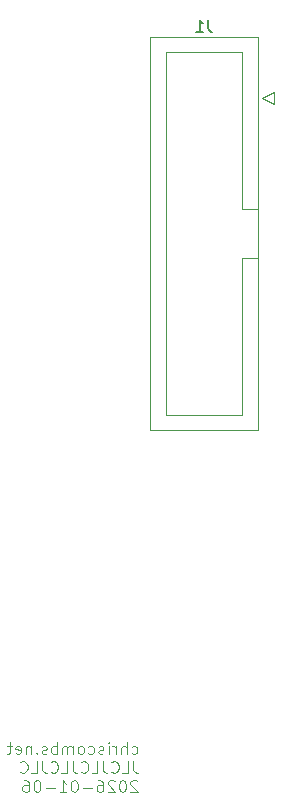
<source format=gbr>
%TF.GenerationSoftware,KiCad,Pcbnew,9.0.6-9.0.6~ubuntu22.04.1*%
%TF.CreationDate,2026-01-06T15:49:19-05:00*%
%TF.ProjectId,Hyperdrift-Grid,48797065-7264-4726-9966-742d47726964,rev?*%
%TF.SameCoordinates,Original*%
%TF.FileFunction,Legend,Bot*%
%TF.FilePolarity,Positive*%
%FSLAX46Y46*%
G04 Gerber Fmt 4.6, Leading zero omitted, Abs format (unit mm)*
G04 Created by KiCad (PCBNEW 9.0.6-9.0.6~ubuntu22.04.1) date 2026-01-06 15:49:19*
%MOMM*%
%LPD*%
G01*
G04 APERTURE LIST*
%ADD10C,0.100000*%
%ADD11C,0.150000*%
%ADD12C,0.120000*%
G04 APERTURE END LIST*
D10*
X165767544Y-133104912D02*
X165862782Y-133152531D01*
X165862782Y-133152531D02*
X166053258Y-133152531D01*
X166053258Y-133152531D02*
X166148496Y-133104912D01*
X166148496Y-133104912D02*
X166196115Y-133057292D01*
X166196115Y-133057292D02*
X166243734Y-132962054D01*
X166243734Y-132962054D02*
X166243734Y-132676340D01*
X166243734Y-132676340D02*
X166196115Y-132581102D01*
X166196115Y-132581102D02*
X166148496Y-132533483D01*
X166148496Y-132533483D02*
X166053258Y-132485864D01*
X166053258Y-132485864D02*
X165862782Y-132485864D01*
X165862782Y-132485864D02*
X165767544Y-132533483D01*
X165338972Y-133152531D02*
X165338972Y-132152531D01*
X164910401Y-133152531D02*
X164910401Y-132628721D01*
X164910401Y-132628721D02*
X164958020Y-132533483D01*
X164958020Y-132533483D02*
X165053258Y-132485864D01*
X165053258Y-132485864D02*
X165196115Y-132485864D01*
X165196115Y-132485864D02*
X165291353Y-132533483D01*
X165291353Y-132533483D02*
X165338972Y-132581102D01*
X164434210Y-133152531D02*
X164434210Y-132485864D01*
X164434210Y-132676340D02*
X164386591Y-132581102D01*
X164386591Y-132581102D02*
X164338972Y-132533483D01*
X164338972Y-132533483D02*
X164243734Y-132485864D01*
X164243734Y-132485864D02*
X164148496Y-132485864D01*
X163815162Y-133152531D02*
X163815162Y-132485864D01*
X163815162Y-132152531D02*
X163862781Y-132200150D01*
X163862781Y-132200150D02*
X163815162Y-132247769D01*
X163815162Y-132247769D02*
X163767543Y-132200150D01*
X163767543Y-132200150D02*
X163815162Y-132152531D01*
X163815162Y-132152531D02*
X163815162Y-132247769D01*
X163386591Y-133104912D02*
X163291353Y-133152531D01*
X163291353Y-133152531D02*
X163100877Y-133152531D01*
X163100877Y-133152531D02*
X163005639Y-133104912D01*
X163005639Y-133104912D02*
X162958020Y-133009673D01*
X162958020Y-133009673D02*
X162958020Y-132962054D01*
X162958020Y-132962054D02*
X163005639Y-132866816D01*
X163005639Y-132866816D02*
X163100877Y-132819197D01*
X163100877Y-132819197D02*
X163243734Y-132819197D01*
X163243734Y-132819197D02*
X163338972Y-132771578D01*
X163338972Y-132771578D02*
X163386591Y-132676340D01*
X163386591Y-132676340D02*
X163386591Y-132628721D01*
X163386591Y-132628721D02*
X163338972Y-132533483D01*
X163338972Y-132533483D02*
X163243734Y-132485864D01*
X163243734Y-132485864D02*
X163100877Y-132485864D01*
X163100877Y-132485864D02*
X163005639Y-132533483D01*
X162100877Y-133104912D02*
X162196115Y-133152531D01*
X162196115Y-133152531D02*
X162386591Y-133152531D01*
X162386591Y-133152531D02*
X162481829Y-133104912D01*
X162481829Y-133104912D02*
X162529448Y-133057292D01*
X162529448Y-133057292D02*
X162577067Y-132962054D01*
X162577067Y-132962054D02*
X162577067Y-132676340D01*
X162577067Y-132676340D02*
X162529448Y-132581102D01*
X162529448Y-132581102D02*
X162481829Y-132533483D01*
X162481829Y-132533483D02*
X162386591Y-132485864D01*
X162386591Y-132485864D02*
X162196115Y-132485864D01*
X162196115Y-132485864D02*
X162100877Y-132533483D01*
X161529448Y-133152531D02*
X161624686Y-133104912D01*
X161624686Y-133104912D02*
X161672305Y-133057292D01*
X161672305Y-133057292D02*
X161719924Y-132962054D01*
X161719924Y-132962054D02*
X161719924Y-132676340D01*
X161719924Y-132676340D02*
X161672305Y-132581102D01*
X161672305Y-132581102D02*
X161624686Y-132533483D01*
X161624686Y-132533483D02*
X161529448Y-132485864D01*
X161529448Y-132485864D02*
X161386591Y-132485864D01*
X161386591Y-132485864D02*
X161291353Y-132533483D01*
X161291353Y-132533483D02*
X161243734Y-132581102D01*
X161243734Y-132581102D02*
X161196115Y-132676340D01*
X161196115Y-132676340D02*
X161196115Y-132962054D01*
X161196115Y-132962054D02*
X161243734Y-133057292D01*
X161243734Y-133057292D02*
X161291353Y-133104912D01*
X161291353Y-133104912D02*
X161386591Y-133152531D01*
X161386591Y-133152531D02*
X161529448Y-133152531D01*
X160767543Y-133152531D02*
X160767543Y-132485864D01*
X160767543Y-132581102D02*
X160719924Y-132533483D01*
X160719924Y-132533483D02*
X160624686Y-132485864D01*
X160624686Y-132485864D02*
X160481829Y-132485864D01*
X160481829Y-132485864D02*
X160386591Y-132533483D01*
X160386591Y-132533483D02*
X160338972Y-132628721D01*
X160338972Y-132628721D02*
X160338972Y-133152531D01*
X160338972Y-132628721D02*
X160291353Y-132533483D01*
X160291353Y-132533483D02*
X160196115Y-132485864D01*
X160196115Y-132485864D02*
X160053258Y-132485864D01*
X160053258Y-132485864D02*
X159958019Y-132533483D01*
X159958019Y-132533483D02*
X159910400Y-132628721D01*
X159910400Y-132628721D02*
X159910400Y-133152531D01*
X159434210Y-133152531D02*
X159434210Y-132152531D01*
X159434210Y-132533483D02*
X159338972Y-132485864D01*
X159338972Y-132485864D02*
X159148496Y-132485864D01*
X159148496Y-132485864D02*
X159053258Y-132533483D01*
X159053258Y-132533483D02*
X159005639Y-132581102D01*
X159005639Y-132581102D02*
X158958020Y-132676340D01*
X158958020Y-132676340D02*
X158958020Y-132962054D01*
X158958020Y-132962054D02*
X159005639Y-133057292D01*
X159005639Y-133057292D02*
X159053258Y-133104912D01*
X159053258Y-133104912D02*
X159148496Y-133152531D01*
X159148496Y-133152531D02*
X159338972Y-133152531D01*
X159338972Y-133152531D02*
X159434210Y-133104912D01*
X158577067Y-133104912D02*
X158481829Y-133152531D01*
X158481829Y-133152531D02*
X158291353Y-133152531D01*
X158291353Y-133152531D02*
X158196115Y-133104912D01*
X158196115Y-133104912D02*
X158148496Y-133009673D01*
X158148496Y-133009673D02*
X158148496Y-132962054D01*
X158148496Y-132962054D02*
X158196115Y-132866816D01*
X158196115Y-132866816D02*
X158291353Y-132819197D01*
X158291353Y-132819197D02*
X158434210Y-132819197D01*
X158434210Y-132819197D02*
X158529448Y-132771578D01*
X158529448Y-132771578D02*
X158577067Y-132676340D01*
X158577067Y-132676340D02*
X158577067Y-132628721D01*
X158577067Y-132628721D02*
X158529448Y-132533483D01*
X158529448Y-132533483D02*
X158434210Y-132485864D01*
X158434210Y-132485864D02*
X158291353Y-132485864D01*
X158291353Y-132485864D02*
X158196115Y-132533483D01*
X157719924Y-133057292D02*
X157672305Y-133104912D01*
X157672305Y-133104912D02*
X157719924Y-133152531D01*
X157719924Y-133152531D02*
X157767543Y-133104912D01*
X157767543Y-133104912D02*
X157719924Y-133057292D01*
X157719924Y-133057292D02*
X157719924Y-133152531D01*
X157243734Y-132485864D02*
X157243734Y-133152531D01*
X157243734Y-132581102D02*
X157196115Y-132533483D01*
X157196115Y-132533483D02*
X157100877Y-132485864D01*
X157100877Y-132485864D02*
X156958020Y-132485864D01*
X156958020Y-132485864D02*
X156862782Y-132533483D01*
X156862782Y-132533483D02*
X156815163Y-132628721D01*
X156815163Y-132628721D02*
X156815163Y-133152531D01*
X155958020Y-133104912D02*
X156053258Y-133152531D01*
X156053258Y-133152531D02*
X156243734Y-133152531D01*
X156243734Y-133152531D02*
X156338972Y-133104912D01*
X156338972Y-133104912D02*
X156386591Y-133009673D01*
X156386591Y-133009673D02*
X156386591Y-132628721D01*
X156386591Y-132628721D02*
X156338972Y-132533483D01*
X156338972Y-132533483D02*
X156243734Y-132485864D01*
X156243734Y-132485864D02*
X156053258Y-132485864D01*
X156053258Y-132485864D02*
X155958020Y-132533483D01*
X155958020Y-132533483D02*
X155910401Y-132628721D01*
X155910401Y-132628721D02*
X155910401Y-132723959D01*
X155910401Y-132723959D02*
X156386591Y-132819197D01*
X155624686Y-132485864D02*
X155243734Y-132485864D01*
X155481829Y-132152531D02*
X155481829Y-133009673D01*
X155481829Y-133009673D02*
X155434210Y-133104912D01*
X155434210Y-133104912D02*
X155338972Y-133152531D01*
X155338972Y-133152531D02*
X155243734Y-133152531D01*
X165910401Y-133762475D02*
X165910401Y-134476760D01*
X165910401Y-134476760D02*
X165958020Y-134619617D01*
X165958020Y-134619617D02*
X166053258Y-134714856D01*
X166053258Y-134714856D02*
X166196115Y-134762475D01*
X166196115Y-134762475D02*
X166291353Y-134762475D01*
X164958020Y-134762475D02*
X165434210Y-134762475D01*
X165434210Y-134762475D02*
X165434210Y-133762475D01*
X164053258Y-134667236D02*
X164100877Y-134714856D01*
X164100877Y-134714856D02*
X164243734Y-134762475D01*
X164243734Y-134762475D02*
X164338972Y-134762475D01*
X164338972Y-134762475D02*
X164481829Y-134714856D01*
X164481829Y-134714856D02*
X164577067Y-134619617D01*
X164577067Y-134619617D02*
X164624686Y-134524379D01*
X164624686Y-134524379D02*
X164672305Y-134333903D01*
X164672305Y-134333903D02*
X164672305Y-134191046D01*
X164672305Y-134191046D02*
X164624686Y-134000570D01*
X164624686Y-134000570D02*
X164577067Y-133905332D01*
X164577067Y-133905332D02*
X164481829Y-133810094D01*
X164481829Y-133810094D02*
X164338972Y-133762475D01*
X164338972Y-133762475D02*
X164243734Y-133762475D01*
X164243734Y-133762475D02*
X164100877Y-133810094D01*
X164100877Y-133810094D02*
X164053258Y-133857713D01*
X163338972Y-133762475D02*
X163338972Y-134476760D01*
X163338972Y-134476760D02*
X163386591Y-134619617D01*
X163386591Y-134619617D02*
X163481829Y-134714856D01*
X163481829Y-134714856D02*
X163624686Y-134762475D01*
X163624686Y-134762475D02*
X163719924Y-134762475D01*
X162386591Y-134762475D02*
X162862781Y-134762475D01*
X162862781Y-134762475D02*
X162862781Y-133762475D01*
X161481829Y-134667236D02*
X161529448Y-134714856D01*
X161529448Y-134714856D02*
X161672305Y-134762475D01*
X161672305Y-134762475D02*
X161767543Y-134762475D01*
X161767543Y-134762475D02*
X161910400Y-134714856D01*
X161910400Y-134714856D02*
X162005638Y-134619617D01*
X162005638Y-134619617D02*
X162053257Y-134524379D01*
X162053257Y-134524379D02*
X162100876Y-134333903D01*
X162100876Y-134333903D02*
X162100876Y-134191046D01*
X162100876Y-134191046D02*
X162053257Y-134000570D01*
X162053257Y-134000570D02*
X162005638Y-133905332D01*
X162005638Y-133905332D02*
X161910400Y-133810094D01*
X161910400Y-133810094D02*
X161767543Y-133762475D01*
X161767543Y-133762475D02*
X161672305Y-133762475D01*
X161672305Y-133762475D02*
X161529448Y-133810094D01*
X161529448Y-133810094D02*
X161481829Y-133857713D01*
X160767543Y-133762475D02*
X160767543Y-134476760D01*
X160767543Y-134476760D02*
X160815162Y-134619617D01*
X160815162Y-134619617D02*
X160910400Y-134714856D01*
X160910400Y-134714856D02*
X161053257Y-134762475D01*
X161053257Y-134762475D02*
X161148495Y-134762475D01*
X159815162Y-134762475D02*
X160291352Y-134762475D01*
X160291352Y-134762475D02*
X160291352Y-133762475D01*
X158910400Y-134667236D02*
X158958019Y-134714856D01*
X158958019Y-134714856D02*
X159100876Y-134762475D01*
X159100876Y-134762475D02*
X159196114Y-134762475D01*
X159196114Y-134762475D02*
X159338971Y-134714856D01*
X159338971Y-134714856D02*
X159434209Y-134619617D01*
X159434209Y-134619617D02*
X159481828Y-134524379D01*
X159481828Y-134524379D02*
X159529447Y-134333903D01*
X159529447Y-134333903D02*
X159529447Y-134191046D01*
X159529447Y-134191046D02*
X159481828Y-134000570D01*
X159481828Y-134000570D02*
X159434209Y-133905332D01*
X159434209Y-133905332D02*
X159338971Y-133810094D01*
X159338971Y-133810094D02*
X159196114Y-133762475D01*
X159196114Y-133762475D02*
X159100876Y-133762475D01*
X159100876Y-133762475D02*
X158958019Y-133810094D01*
X158958019Y-133810094D02*
X158910400Y-133857713D01*
X158196114Y-133762475D02*
X158196114Y-134476760D01*
X158196114Y-134476760D02*
X158243733Y-134619617D01*
X158243733Y-134619617D02*
X158338971Y-134714856D01*
X158338971Y-134714856D02*
X158481828Y-134762475D01*
X158481828Y-134762475D02*
X158577066Y-134762475D01*
X157243733Y-134762475D02*
X157719923Y-134762475D01*
X157719923Y-134762475D02*
X157719923Y-133762475D01*
X156338971Y-134667236D02*
X156386590Y-134714856D01*
X156386590Y-134714856D02*
X156529447Y-134762475D01*
X156529447Y-134762475D02*
X156624685Y-134762475D01*
X156624685Y-134762475D02*
X156767542Y-134714856D01*
X156767542Y-134714856D02*
X156862780Y-134619617D01*
X156862780Y-134619617D02*
X156910399Y-134524379D01*
X156910399Y-134524379D02*
X156958018Y-134333903D01*
X156958018Y-134333903D02*
X156958018Y-134191046D01*
X156958018Y-134191046D02*
X156910399Y-134000570D01*
X156910399Y-134000570D02*
X156862780Y-133905332D01*
X156862780Y-133905332D02*
X156767542Y-133810094D01*
X156767542Y-133810094D02*
X156624685Y-133762475D01*
X156624685Y-133762475D02*
X156529447Y-133762475D01*
X156529447Y-133762475D02*
X156386590Y-133810094D01*
X156386590Y-133810094D02*
X156338971Y-133857713D01*
X166243734Y-135467657D02*
X166196115Y-135420038D01*
X166196115Y-135420038D02*
X166100877Y-135372419D01*
X166100877Y-135372419D02*
X165862782Y-135372419D01*
X165862782Y-135372419D02*
X165767544Y-135420038D01*
X165767544Y-135420038D02*
X165719925Y-135467657D01*
X165719925Y-135467657D02*
X165672306Y-135562895D01*
X165672306Y-135562895D02*
X165672306Y-135658133D01*
X165672306Y-135658133D02*
X165719925Y-135800990D01*
X165719925Y-135800990D02*
X166291353Y-136372419D01*
X166291353Y-136372419D02*
X165672306Y-136372419D01*
X165053258Y-135372419D02*
X164958020Y-135372419D01*
X164958020Y-135372419D02*
X164862782Y-135420038D01*
X164862782Y-135420038D02*
X164815163Y-135467657D01*
X164815163Y-135467657D02*
X164767544Y-135562895D01*
X164767544Y-135562895D02*
X164719925Y-135753371D01*
X164719925Y-135753371D02*
X164719925Y-135991466D01*
X164719925Y-135991466D02*
X164767544Y-136181942D01*
X164767544Y-136181942D02*
X164815163Y-136277180D01*
X164815163Y-136277180D02*
X164862782Y-136324800D01*
X164862782Y-136324800D02*
X164958020Y-136372419D01*
X164958020Y-136372419D02*
X165053258Y-136372419D01*
X165053258Y-136372419D02*
X165148496Y-136324800D01*
X165148496Y-136324800D02*
X165196115Y-136277180D01*
X165196115Y-136277180D02*
X165243734Y-136181942D01*
X165243734Y-136181942D02*
X165291353Y-135991466D01*
X165291353Y-135991466D02*
X165291353Y-135753371D01*
X165291353Y-135753371D02*
X165243734Y-135562895D01*
X165243734Y-135562895D02*
X165196115Y-135467657D01*
X165196115Y-135467657D02*
X165148496Y-135420038D01*
X165148496Y-135420038D02*
X165053258Y-135372419D01*
X164338972Y-135467657D02*
X164291353Y-135420038D01*
X164291353Y-135420038D02*
X164196115Y-135372419D01*
X164196115Y-135372419D02*
X163958020Y-135372419D01*
X163958020Y-135372419D02*
X163862782Y-135420038D01*
X163862782Y-135420038D02*
X163815163Y-135467657D01*
X163815163Y-135467657D02*
X163767544Y-135562895D01*
X163767544Y-135562895D02*
X163767544Y-135658133D01*
X163767544Y-135658133D02*
X163815163Y-135800990D01*
X163815163Y-135800990D02*
X164386591Y-136372419D01*
X164386591Y-136372419D02*
X163767544Y-136372419D01*
X162910401Y-135372419D02*
X163100877Y-135372419D01*
X163100877Y-135372419D02*
X163196115Y-135420038D01*
X163196115Y-135420038D02*
X163243734Y-135467657D01*
X163243734Y-135467657D02*
X163338972Y-135610514D01*
X163338972Y-135610514D02*
X163386591Y-135800990D01*
X163386591Y-135800990D02*
X163386591Y-136181942D01*
X163386591Y-136181942D02*
X163338972Y-136277180D01*
X163338972Y-136277180D02*
X163291353Y-136324800D01*
X163291353Y-136324800D02*
X163196115Y-136372419D01*
X163196115Y-136372419D02*
X163005639Y-136372419D01*
X163005639Y-136372419D02*
X162910401Y-136324800D01*
X162910401Y-136324800D02*
X162862782Y-136277180D01*
X162862782Y-136277180D02*
X162815163Y-136181942D01*
X162815163Y-136181942D02*
X162815163Y-135943847D01*
X162815163Y-135943847D02*
X162862782Y-135848609D01*
X162862782Y-135848609D02*
X162910401Y-135800990D01*
X162910401Y-135800990D02*
X163005639Y-135753371D01*
X163005639Y-135753371D02*
X163196115Y-135753371D01*
X163196115Y-135753371D02*
X163291353Y-135800990D01*
X163291353Y-135800990D02*
X163338972Y-135848609D01*
X163338972Y-135848609D02*
X163386591Y-135943847D01*
X162386591Y-135991466D02*
X161624687Y-135991466D01*
X160958020Y-135372419D02*
X160862782Y-135372419D01*
X160862782Y-135372419D02*
X160767544Y-135420038D01*
X160767544Y-135420038D02*
X160719925Y-135467657D01*
X160719925Y-135467657D02*
X160672306Y-135562895D01*
X160672306Y-135562895D02*
X160624687Y-135753371D01*
X160624687Y-135753371D02*
X160624687Y-135991466D01*
X160624687Y-135991466D02*
X160672306Y-136181942D01*
X160672306Y-136181942D02*
X160719925Y-136277180D01*
X160719925Y-136277180D02*
X160767544Y-136324800D01*
X160767544Y-136324800D02*
X160862782Y-136372419D01*
X160862782Y-136372419D02*
X160958020Y-136372419D01*
X160958020Y-136372419D02*
X161053258Y-136324800D01*
X161053258Y-136324800D02*
X161100877Y-136277180D01*
X161100877Y-136277180D02*
X161148496Y-136181942D01*
X161148496Y-136181942D02*
X161196115Y-135991466D01*
X161196115Y-135991466D02*
X161196115Y-135753371D01*
X161196115Y-135753371D02*
X161148496Y-135562895D01*
X161148496Y-135562895D02*
X161100877Y-135467657D01*
X161100877Y-135467657D02*
X161053258Y-135420038D01*
X161053258Y-135420038D02*
X160958020Y-135372419D01*
X159672306Y-136372419D02*
X160243734Y-136372419D01*
X159958020Y-136372419D02*
X159958020Y-135372419D01*
X159958020Y-135372419D02*
X160053258Y-135515276D01*
X160053258Y-135515276D02*
X160148496Y-135610514D01*
X160148496Y-135610514D02*
X160243734Y-135658133D01*
X159243734Y-135991466D02*
X158481830Y-135991466D01*
X157815163Y-135372419D02*
X157719925Y-135372419D01*
X157719925Y-135372419D02*
X157624687Y-135420038D01*
X157624687Y-135420038D02*
X157577068Y-135467657D01*
X157577068Y-135467657D02*
X157529449Y-135562895D01*
X157529449Y-135562895D02*
X157481830Y-135753371D01*
X157481830Y-135753371D02*
X157481830Y-135991466D01*
X157481830Y-135991466D02*
X157529449Y-136181942D01*
X157529449Y-136181942D02*
X157577068Y-136277180D01*
X157577068Y-136277180D02*
X157624687Y-136324800D01*
X157624687Y-136324800D02*
X157719925Y-136372419D01*
X157719925Y-136372419D02*
X157815163Y-136372419D01*
X157815163Y-136372419D02*
X157910401Y-136324800D01*
X157910401Y-136324800D02*
X157958020Y-136277180D01*
X157958020Y-136277180D02*
X158005639Y-136181942D01*
X158005639Y-136181942D02*
X158053258Y-135991466D01*
X158053258Y-135991466D02*
X158053258Y-135753371D01*
X158053258Y-135753371D02*
X158005639Y-135562895D01*
X158005639Y-135562895D02*
X157958020Y-135467657D01*
X157958020Y-135467657D02*
X157910401Y-135420038D01*
X157910401Y-135420038D02*
X157815163Y-135372419D01*
X156624687Y-135372419D02*
X156815163Y-135372419D01*
X156815163Y-135372419D02*
X156910401Y-135420038D01*
X156910401Y-135420038D02*
X156958020Y-135467657D01*
X156958020Y-135467657D02*
X157053258Y-135610514D01*
X157053258Y-135610514D02*
X157100877Y-135800990D01*
X157100877Y-135800990D02*
X157100877Y-136181942D01*
X157100877Y-136181942D02*
X157053258Y-136277180D01*
X157053258Y-136277180D02*
X157005639Y-136324800D01*
X157005639Y-136324800D02*
X156910401Y-136372419D01*
X156910401Y-136372419D02*
X156719925Y-136372419D01*
X156719925Y-136372419D02*
X156624687Y-136324800D01*
X156624687Y-136324800D02*
X156577068Y-136277180D01*
X156577068Y-136277180D02*
X156529449Y-136181942D01*
X156529449Y-136181942D02*
X156529449Y-135943847D01*
X156529449Y-135943847D02*
X156577068Y-135848609D01*
X156577068Y-135848609D02*
X156624687Y-135800990D01*
X156624687Y-135800990D02*
X156719925Y-135753371D01*
X156719925Y-135753371D02*
X156910401Y-135753371D01*
X156910401Y-135753371D02*
X157005639Y-135800990D01*
X157005639Y-135800990D02*
X157053258Y-135848609D01*
X157053258Y-135848609D02*
X157100877Y-135943847D01*
D11*
X172230663Y-70994819D02*
X172230663Y-71709104D01*
X172230663Y-71709104D02*
X172278282Y-71851961D01*
X172278282Y-71851961D02*
X172373520Y-71947200D01*
X172373520Y-71947200D02*
X172516377Y-71994819D01*
X172516377Y-71994819D02*
X172611615Y-71994819D01*
X171230663Y-71994819D02*
X171802091Y-71994819D01*
X171516377Y-71994819D02*
X171516377Y-70994819D01*
X171516377Y-70994819D02*
X171611615Y-71137676D01*
X171611615Y-71137676D02*
X171706853Y-71232914D01*
X171706853Y-71232914D02*
X171802091Y-71280533D01*
D12*
%TO.C,J1*%
X167337330Y-105710000D02*
X176457330Y-105710000D01*
X167337330Y-72430000D02*
X167337330Y-105710000D01*
X168647330Y-104410000D02*
X175147330Y-104410000D01*
X168647330Y-73730000D02*
X168647330Y-104410000D01*
X175147330Y-104410000D02*
X175147330Y-91120000D01*
X175147330Y-91120000D02*
X175147330Y-91120000D01*
X175147330Y-91120000D02*
X176457330Y-91120000D01*
X175147330Y-87020000D02*
X175147330Y-73730000D01*
X175147330Y-73730000D02*
X168647330Y-73730000D01*
X176457330Y-105710000D02*
X176457330Y-72430000D01*
X176457330Y-87020000D02*
X175147330Y-87020000D01*
X176457330Y-72430000D02*
X167337330Y-72430000D01*
X176847330Y-77640000D02*
X177847330Y-77140000D01*
X177847330Y-78140000D02*
X176847330Y-77640000D01*
X177847330Y-77140000D02*
X177847330Y-78140000D01*
%TD*%
M02*

</source>
